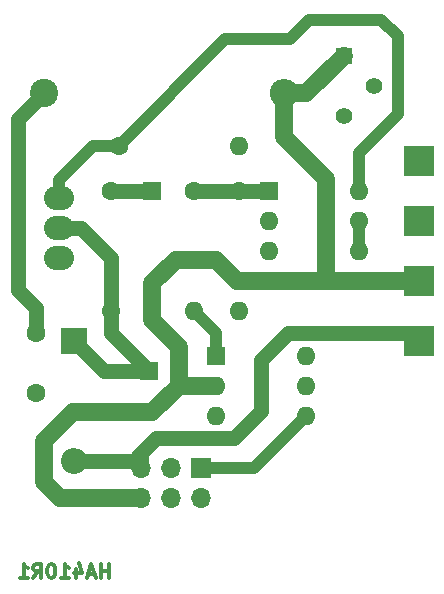
<source format=gbr>
G04 #@! TF.FileFunction,Copper,L2,Bot,Signal*
%FSLAX46Y46*%
G04 Gerber Fmt 4.6, Leading zero omitted, Abs format (unit mm)*
G04 Created by KiCad (PCBNEW 4.0.5) date 03/07/17 03:27:53*
%MOMM*%
%LPD*%
G01*
G04 APERTURE LIST*
%ADD10C,0.100000*%
%ADD11C,0.300000*%
%ADD12R,2.200000X2.200000*%
%ADD13O,2.200000X2.200000*%
%ADD14R,1.600000X1.600000*%
%ADD15C,1.600000*%
%ADD16R,1.700000X1.700000*%
%ADD17O,1.700000X1.700000*%
%ADD18O,2.540000X2.032000*%
%ADD19O,1.600000X1.600000*%
%ADD20R,2.499360X2.499360*%
%ADD21R,1.400000X1.400000*%
%ADD22C,1.400000*%
%ADD23C,2.400000*%
%ADD24O,2.400000X2.400000*%
%ADD25C,1.270000*%
%ADD26C,1.524000*%
%ADD27C,1.520000*%
%ADD28C,1.016000*%
%ADD29C,1.020000*%
G04 APERTURE END LIST*
D10*
D11*
X138870857Y-125510857D02*
X138870857Y-124310857D01*
X138870857Y-124882286D02*
X138185142Y-124882286D01*
X138185142Y-125510857D02*
X138185142Y-124310857D01*
X137670857Y-125168000D02*
X137099428Y-125168000D01*
X137785142Y-125510857D02*
X137385142Y-124310857D01*
X136985142Y-125510857D01*
X136070857Y-124710857D02*
X136070857Y-125510857D01*
X136356571Y-124253714D02*
X136642286Y-125110857D01*
X135899428Y-125110857D01*
X134813714Y-125510857D02*
X135499429Y-125510857D01*
X135156571Y-125510857D02*
X135156571Y-124310857D01*
X135270857Y-124482286D01*
X135385143Y-124596571D01*
X135499429Y-124653714D01*
X134070857Y-124310857D02*
X133956572Y-124310857D01*
X133842286Y-124368000D01*
X133785143Y-124425143D01*
X133728000Y-124539429D01*
X133670857Y-124768000D01*
X133670857Y-125053714D01*
X133728000Y-125282286D01*
X133785143Y-125396571D01*
X133842286Y-125453714D01*
X133956572Y-125510857D01*
X134070857Y-125510857D01*
X134185143Y-125453714D01*
X134242286Y-125396571D01*
X134299429Y-125282286D01*
X134356572Y-125053714D01*
X134356572Y-124768000D01*
X134299429Y-124539429D01*
X134242286Y-124425143D01*
X134185143Y-124368000D01*
X134070857Y-124310857D01*
X132470857Y-125510857D02*
X132870857Y-124939429D01*
X133156572Y-125510857D02*
X133156572Y-124310857D01*
X132699429Y-124310857D01*
X132585143Y-124368000D01*
X132528000Y-124425143D01*
X132470857Y-124539429D01*
X132470857Y-124710857D01*
X132528000Y-124825143D01*
X132585143Y-124882286D01*
X132699429Y-124939429D01*
X133156572Y-124939429D01*
X131328000Y-125510857D02*
X132013715Y-125510857D01*
X131670857Y-125510857D02*
X131670857Y-124310857D01*
X131785143Y-124482286D01*
X131899429Y-124596571D01*
X132013715Y-124653714D01*
D12*
X135890000Y-105410000D03*
D13*
X135890000Y-115570000D03*
D14*
X142240000Y-107950000D03*
D15*
X142240000Y-111450000D03*
D16*
X146685000Y-116205000D03*
D17*
X146685000Y-118745000D03*
X144145000Y-116205000D03*
X144145000Y-118745000D03*
X141605000Y-116205000D03*
X141605000Y-118745000D03*
D18*
X134620000Y-95885000D03*
X134620000Y-93345000D03*
X134620000Y-98425000D03*
D15*
X139065000Y-92710000D03*
D19*
X139065000Y-102870000D03*
D15*
X139700000Y-88900000D03*
D19*
X149860000Y-88900000D03*
D15*
X146050000Y-92710000D03*
D19*
X146050000Y-102870000D03*
D15*
X149860000Y-92710000D03*
D19*
X149860000Y-102870000D03*
D14*
X152400000Y-92710000D03*
D19*
X160020000Y-100330000D03*
X152400000Y-95250000D03*
X160020000Y-97790000D03*
X152400000Y-97790000D03*
X160020000Y-95250000D03*
X152400000Y-100330000D03*
X160020000Y-92710000D03*
D14*
X147955000Y-106680000D03*
D19*
X155575000Y-111760000D03*
X147955000Y-109220000D03*
X155575000Y-109220000D03*
X147955000Y-111760000D03*
X155575000Y-106680000D03*
D14*
X142557500Y-92710000D03*
D19*
X142557500Y-102870000D03*
D20*
X165100000Y-105410000D03*
X165100000Y-100330000D03*
X165100000Y-95250000D03*
X165100000Y-90170000D03*
D15*
X132715000Y-109855000D03*
X132715000Y-104775000D03*
D21*
X158750000Y-81280000D03*
D22*
X158750000Y-86360000D03*
X161290000Y-83820000D03*
D23*
X133350000Y-84455000D03*
D24*
X153670000Y-84455000D03*
D25*
X142240000Y-107950000D02*
X138430000Y-107950000D01*
X138430000Y-107950000D02*
X135890000Y-105410000D01*
X142240000Y-107950000D02*
X139065000Y-104775000D01*
X139065000Y-104775000D02*
X139065000Y-102870000D01*
X134620000Y-95885000D02*
X136525000Y-95885000D01*
X136525000Y-95885000D02*
X139065000Y-98425000D01*
X139065000Y-98425000D02*
X139065000Y-102870000D01*
X164465000Y-104775000D02*
X154051000Y-104775000D01*
X151765000Y-107061000D02*
X151765000Y-111379000D01*
X154051000Y-104775000D02*
X151765000Y-107061000D01*
X142875000Y-113665000D02*
X149479000Y-113665000D01*
X149479000Y-113665000D02*
X151765000Y-111379000D01*
X141605000Y-114935000D02*
X142875000Y-113665000D01*
X141605000Y-114935000D02*
X141605000Y-116205000D01*
X140970000Y-115570000D02*
X135890000Y-115570000D01*
X141605000Y-114935000D02*
X140970000Y-115570000D01*
X164465000Y-104775000D02*
X165100000Y-105410000D01*
X139065000Y-92710000D02*
X142557500Y-92710000D01*
D26*
X142557500Y-102870000D02*
X142557500Y-103695500D01*
X142240000Y-111450000D02*
X135819000Y-111450000D01*
X158750000Y-81280000D02*
X155575000Y-84455000D01*
X155575000Y-84455000D02*
X153670000Y-84455000D01*
X144780000Y-105918000D02*
X144780000Y-109220000D01*
X142557500Y-103695500D02*
X144780000Y-105918000D01*
X142557500Y-102870000D02*
X142557500Y-100520500D01*
X144526000Y-98552000D02*
X147955000Y-98552000D01*
X147955000Y-98552000D02*
X149733000Y-100330000D01*
X149733000Y-100330000D02*
X152400000Y-100330000D01*
X142557500Y-100520500D02*
X144526000Y-98552000D01*
D27*
X142550000Y-111450000D02*
X144780000Y-109220000D01*
X144780000Y-109220000D02*
X147955000Y-109220000D01*
D26*
X135819000Y-111450000D02*
X133350000Y-113919000D01*
X133350000Y-113919000D02*
X133350000Y-117348000D01*
X134747000Y-118745000D02*
X141605000Y-118745000D01*
X134747000Y-118745000D02*
X133350000Y-117348000D01*
X157226000Y-100330000D02*
X157226000Y-91694000D01*
X157226000Y-91694000D02*
X153670000Y-88138000D01*
X153670000Y-88138000D02*
X153670000Y-84455000D01*
D27*
X152400000Y-100330000D02*
X157226000Y-100330000D01*
X157226000Y-100330000D02*
X160020000Y-100330000D01*
D26*
X160020000Y-100330000D02*
X165100000Y-100330000D01*
D28*
X146685000Y-116205000D02*
X151130000Y-116205000D01*
X151130000Y-116205000D02*
X155575000Y-111760000D01*
D25*
X133350000Y-84455000D02*
X131191000Y-86614000D01*
X131191000Y-86614000D02*
X131191000Y-101092000D01*
X131191000Y-101092000D02*
X132715000Y-102616000D01*
X132715000Y-102616000D02*
X132715000Y-104775000D01*
X149860000Y-92710000D02*
X152400000Y-92710000D01*
X146050000Y-92710000D02*
X149860000Y-92710000D01*
D29*
X147955000Y-106680000D02*
X147955000Y-104775000D01*
D28*
X147955000Y-104775000D02*
X146050000Y-102870000D01*
X160020000Y-97790000D02*
X160020000Y-95250000D01*
X160020000Y-92710000D02*
X160020000Y-89535000D01*
X148717000Y-79883000D02*
X154178000Y-79883000D01*
X155829000Y-78232000D02*
X154178000Y-79883000D01*
X148717000Y-79883000D02*
X139700000Y-88900000D01*
X161925000Y-78232000D02*
X163322000Y-79629000D01*
X163322000Y-79629000D02*
X163322000Y-86233000D01*
X155829000Y-78232000D02*
X161925000Y-78232000D01*
X160020000Y-89535000D02*
X163322000Y-86233000D01*
X134620000Y-93345000D02*
X134620000Y-91821000D01*
X137541000Y-88900000D02*
X139700000Y-88900000D01*
X134620000Y-91821000D02*
X137541000Y-88900000D01*
M02*

</source>
